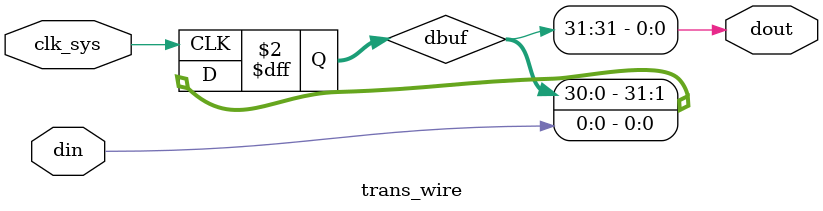
<source format=v>

module trans_wire(
din,
dout,
//clk
clk_sys
);
input  din;
output dout;
//clk
input clk_sys;
//----------------------------------------
//----------------------------------------

reg [31:0]	dbuf;
always @(posedge clk_sys)
	dbuf <= {dbuf[30:0],din};

wire dout = dbuf[31];

	
endmodule


</source>
